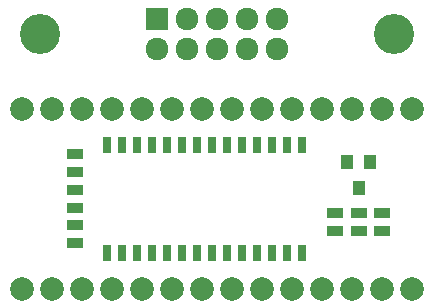
<source format=gbs>
%FSLAX34Y34*%
G04 Gerber Fmt 3.4, Leading zero omitted, Abs format*
G04 (created by PCBNEW (2014-04-07 BZR 4791)-product) date ons  9 apr 2014 20:45:43*
%MOIN*%
G01*
G70*
G90*
G04 APERTURE LIST*
%ADD10C,0.005906*%
%ADD11R,0.052874X0.032874*%
%ADD12R,0.075874X0.075874*%
%ADD13O,0.075874X0.075874*%
%ADD14C,0.133874*%
%ADD15R,0.027874X0.057874*%
%ADD16C,0.078740*%
%ADD17R,0.039374X0.047274*%
G04 APERTURE END LIST*
G54D10*
G54D11*
X50000Y-40063D03*
X50000Y-39463D03*
G54D12*
X52724Y-34933D03*
G54D13*
X52724Y-35933D03*
X53724Y-34933D03*
X53724Y-35933D03*
X54724Y-34933D03*
X54724Y-35933D03*
X55724Y-34933D03*
X55724Y-35933D03*
X56724Y-34933D03*
X56724Y-35933D03*
G54D14*
X60629Y-35433D03*
X48818Y-35433D03*
G54D11*
X50000Y-41244D03*
X50000Y-40644D03*
X50000Y-41825D03*
X50000Y-42425D03*
X58661Y-42032D03*
X58661Y-41432D03*
X59448Y-42032D03*
X59448Y-41432D03*
X60236Y-42032D03*
X60236Y-41432D03*
G54D15*
X51080Y-39144D03*
X51580Y-39144D03*
X52080Y-39144D03*
X52580Y-39144D03*
X53080Y-39144D03*
X53580Y-39144D03*
X54080Y-39144D03*
X54580Y-39144D03*
X55080Y-39144D03*
X55580Y-39144D03*
X56080Y-39144D03*
X56580Y-39144D03*
X57080Y-39144D03*
X57580Y-39144D03*
X57580Y-42744D03*
X57080Y-42744D03*
X56580Y-42744D03*
X56080Y-42744D03*
X55580Y-42744D03*
X55080Y-42744D03*
X54580Y-42744D03*
X54080Y-42744D03*
X53580Y-42744D03*
X53080Y-42744D03*
X52580Y-42744D03*
X52080Y-42744D03*
X51580Y-42744D03*
X51080Y-42744D03*
G54D16*
X48236Y-43944D03*
X49236Y-43944D03*
X50236Y-43944D03*
X51236Y-43944D03*
X52236Y-43944D03*
X53236Y-43944D03*
X54236Y-43944D03*
X55236Y-43944D03*
X56236Y-43944D03*
X57236Y-43944D03*
X58236Y-43944D03*
X59236Y-43944D03*
X60236Y-43944D03*
X61236Y-43944D03*
X61236Y-37944D03*
X60236Y-37944D03*
X59236Y-37944D03*
X58236Y-37944D03*
X57236Y-37944D03*
X56236Y-37944D03*
X55236Y-37944D03*
X54236Y-37944D03*
X53236Y-37944D03*
X52236Y-37944D03*
X51236Y-37944D03*
X50236Y-37944D03*
X49236Y-37944D03*
X48236Y-37944D03*
G54D17*
X59448Y-40590D03*
X59823Y-39724D03*
X59073Y-39724D03*
M02*

</source>
